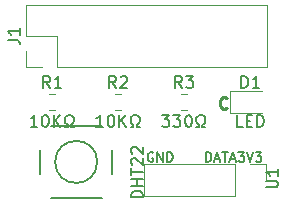
<source format=gto>
G04 #@! TF.GenerationSoftware,KiCad,Pcbnew,5.0.0-fee4fd1~66~ubuntu18.04.1*
G04 #@! TF.CreationDate,2018-08-17T17:18:45-07:00*
G04 #@! TF.ProjectId,RPi FS HAT,525069204653204841542E6B69636164,2*
G04 #@! TF.SameCoordinates,Original*
G04 #@! TF.FileFunction,Legend,Top*
G04 #@! TF.FilePolarity,Positive*
%FSLAX46Y46*%
G04 Gerber Fmt 4.6, Leading zero omitted, Abs format (unit mm)*
G04 Created by KiCad (PCBNEW 5.0.0-fee4fd1~66~ubuntu18.04.1) date Fri Aug 17 17:18:45 2018*
%MOMM*%
%LPD*%
G01*
G04 APERTURE LIST*
%ADD10C,0.200000*%
%ADD11C,0.250000*%
%ADD12C,0.120000*%
%ADD13C,0.203200*%
%ADD14C,0.150000*%
G04 APERTURE END LIST*
D10*
X157378476Y-126727000D02*
X157302285Y-126688904D01*
X157188000Y-126688904D01*
X157073714Y-126727000D01*
X156997523Y-126803190D01*
X156959428Y-126879380D01*
X156921333Y-127031761D01*
X156921333Y-127146047D01*
X156959428Y-127298428D01*
X156997523Y-127374619D01*
X157073714Y-127450809D01*
X157188000Y-127488904D01*
X157264190Y-127488904D01*
X157378476Y-127450809D01*
X157416571Y-127412714D01*
X157416571Y-127146047D01*
X157264190Y-127146047D01*
X157759428Y-127488904D02*
X157759428Y-126688904D01*
X158216571Y-127488904D01*
X158216571Y-126688904D01*
X158597523Y-127488904D02*
X158597523Y-126688904D01*
X158788000Y-126688904D01*
X158902285Y-126727000D01*
X158978476Y-126803190D01*
X159016571Y-126879380D01*
X159054666Y-127031761D01*
X159054666Y-127146047D01*
X159016571Y-127298428D01*
X158978476Y-127374619D01*
X158902285Y-127450809D01*
X158788000Y-127488904D01*
X158597523Y-127488904D01*
X161868000Y-127488904D02*
X161868000Y-126688904D01*
X162058476Y-126688904D01*
X162172761Y-126727000D01*
X162248952Y-126803190D01*
X162287047Y-126879380D01*
X162325142Y-127031761D01*
X162325142Y-127146047D01*
X162287047Y-127298428D01*
X162248952Y-127374619D01*
X162172761Y-127450809D01*
X162058476Y-127488904D01*
X161868000Y-127488904D01*
X162629904Y-127260333D02*
X163010857Y-127260333D01*
X162553714Y-127488904D02*
X162820380Y-126688904D01*
X163087047Y-127488904D01*
X163239428Y-126688904D02*
X163696571Y-126688904D01*
X163468000Y-127488904D02*
X163468000Y-126688904D01*
X163925142Y-127260333D02*
X164306095Y-127260333D01*
X163848952Y-127488904D02*
X164115619Y-126688904D01*
X164382285Y-127488904D01*
X164617523Y-126688904D02*
X165112761Y-126688904D01*
X164846095Y-126993666D01*
X164960380Y-126993666D01*
X165036571Y-127031761D01*
X165074666Y-127069857D01*
X165112761Y-127146047D01*
X165112761Y-127336523D01*
X165074666Y-127412714D01*
X165036571Y-127450809D01*
X164960380Y-127488904D01*
X164731809Y-127488904D01*
X164655619Y-127450809D01*
X164617523Y-127412714D01*
X165341333Y-126688904D02*
X165608000Y-127488904D01*
X165874666Y-126688904D01*
X166065142Y-126688904D02*
X166560380Y-126688904D01*
X166293714Y-126993666D01*
X166408000Y-126993666D01*
X166484190Y-127031761D01*
X166522285Y-127069857D01*
X166560380Y-127146047D01*
X166560380Y-127336523D01*
X166522285Y-127412714D01*
X166484190Y-127450809D01*
X166408000Y-127488904D01*
X166179428Y-127488904D01*
X166103238Y-127450809D01*
X166065142Y-127412714D01*
D11*
X163631523Y-122912142D02*
X163583904Y-122959761D01*
X163441047Y-123007380D01*
X163345809Y-123007380D01*
X163202952Y-122959761D01*
X163107714Y-122864523D01*
X163060095Y-122769285D01*
X163012476Y-122578809D01*
X163012476Y-122435952D01*
X163060095Y-122245476D01*
X163107714Y-122150238D01*
X163202952Y-122055000D01*
X163345809Y-122007380D01*
X163441047Y-122007380D01*
X163583904Y-122055000D01*
X163631523Y-122102619D01*
D12*
G04 #@! TO.C,D1*
X166608000Y-121468000D02*
X163923000Y-121468000D01*
X163923000Y-121468000D02*
X163923000Y-123388000D01*
X163923000Y-123388000D02*
X166608000Y-123388000D01*
G04 #@! TO.C,J1*
X167065000Y-119440000D02*
X167065000Y-114240000D01*
X149225000Y-119440000D02*
X167065000Y-119440000D01*
X146625000Y-114240000D02*
X167065000Y-114240000D01*
X149225000Y-119440000D02*
X149225000Y-116840000D01*
X149225000Y-116840000D02*
X146625000Y-116840000D01*
X146625000Y-116840000D02*
X146625000Y-114240000D01*
X147955000Y-119440000D02*
X146625000Y-119440000D01*
X146625000Y-119440000D02*
X146625000Y-118110000D01*
G04 #@! TO.C,R1*
X148585422Y-121718000D02*
X149102578Y-121718000D01*
X148585422Y-123138000D02*
X149102578Y-123138000D01*
G04 #@! TO.C,R2*
X154160088Y-121718000D02*
X154677244Y-121718000D01*
X154160088Y-123138000D02*
X154677244Y-123138000D01*
G04 #@! TO.C,R3*
X159734754Y-123138000D02*
X160251910Y-123138000D01*
X159734754Y-121718000D02*
X160251910Y-121718000D01*
D13*
G04 #@! TO.C,SW1*
X153035000Y-124460000D02*
X148717000Y-124460000D01*
X148717000Y-130556000D02*
X153035000Y-130556000D01*
X153924000Y-126512320D02*
X153924000Y-128524000D01*
X147828000Y-126481840D02*
X147828000Y-128524000D01*
X152654000Y-127508000D02*
G75*
G03X152654000Y-127508000I-1778000J0D01*
G01*
D12*
G04 #@! TO.C,U1*
X156658000Y-127702000D02*
X156658000Y-130362000D01*
X164338000Y-127702000D02*
X156658000Y-127702000D01*
X164338000Y-130362000D02*
X156658000Y-130362000D01*
X164338000Y-127702000D02*
X164338000Y-130362000D01*
X165608000Y-127702000D02*
X166938000Y-127702000D01*
X166938000Y-127702000D02*
X166938000Y-129032000D01*
G04 #@! TO.C,D1*
D14*
X164869904Y-121230380D02*
X164869904Y-120230380D01*
X165108000Y-120230380D01*
X165250857Y-120278000D01*
X165346095Y-120373238D01*
X165393714Y-120468476D01*
X165441333Y-120658952D01*
X165441333Y-120801809D01*
X165393714Y-120992285D01*
X165346095Y-121087523D01*
X165250857Y-121182761D01*
X165108000Y-121230380D01*
X164869904Y-121230380D01*
X166393714Y-121230380D02*
X165822285Y-121230380D01*
X166108000Y-121230380D02*
X166108000Y-120230380D01*
X166012761Y-120373238D01*
X165917523Y-120468476D01*
X165822285Y-120516095D01*
X164965142Y-124530380D02*
X164488952Y-124530380D01*
X164488952Y-123530380D01*
X165298476Y-124006571D02*
X165631809Y-124006571D01*
X165774666Y-124530380D02*
X165298476Y-124530380D01*
X165298476Y-123530380D01*
X165774666Y-123530380D01*
X166203238Y-124530380D02*
X166203238Y-123530380D01*
X166441333Y-123530380D01*
X166584190Y-123578000D01*
X166679428Y-123673238D01*
X166727047Y-123768476D01*
X166774666Y-123958952D01*
X166774666Y-124101809D01*
X166727047Y-124292285D01*
X166679428Y-124387523D01*
X166584190Y-124482761D01*
X166441333Y-124530380D01*
X166203238Y-124530380D01*
G04 #@! TO.C,J1*
X145077380Y-117173333D02*
X145791666Y-117173333D01*
X145934523Y-117220952D01*
X146029761Y-117316190D01*
X146077380Y-117459047D01*
X146077380Y-117554285D01*
X146077380Y-116173333D02*
X146077380Y-116744761D01*
X146077380Y-116459047D02*
X145077380Y-116459047D01*
X145220238Y-116554285D01*
X145315476Y-116649523D01*
X145363095Y-116744761D01*
G04 #@! TO.C,R1*
X148677333Y-121230380D02*
X148344000Y-120754190D01*
X148105904Y-121230380D02*
X148105904Y-120230380D01*
X148486857Y-120230380D01*
X148582095Y-120278000D01*
X148629714Y-120325619D01*
X148677333Y-120420857D01*
X148677333Y-120563714D01*
X148629714Y-120658952D01*
X148582095Y-120706571D01*
X148486857Y-120754190D01*
X148105904Y-120754190D01*
X149629714Y-121230380D02*
X149058285Y-121230380D01*
X149344000Y-121230380D02*
X149344000Y-120230380D01*
X149248761Y-120373238D01*
X149153523Y-120468476D01*
X149058285Y-120516095D01*
X147582095Y-124530380D02*
X147010666Y-124530380D01*
X147296380Y-124530380D02*
X147296380Y-123530380D01*
X147201142Y-123673238D01*
X147105904Y-123768476D01*
X147010666Y-123816095D01*
X148201142Y-123530380D02*
X148296380Y-123530380D01*
X148391619Y-123578000D01*
X148439238Y-123625619D01*
X148486857Y-123720857D01*
X148534476Y-123911333D01*
X148534476Y-124149428D01*
X148486857Y-124339904D01*
X148439238Y-124435142D01*
X148391619Y-124482761D01*
X148296380Y-124530380D01*
X148201142Y-124530380D01*
X148105904Y-124482761D01*
X148058285Y-124435142D01*
X148010666Y-124339904D01*
X147963047Y-124149428D01*
X147963047Y-123911333D01*
X148010666Y-123720857D01*
X148058285Y-123625619D01*
X148105904Y-123578000D01*
X148201142Y-123530380D01*
X148963047Y-124530380D02*
X148963047Y-123530380D01*
X149534476Y-124530380D02*
X149105904Y-123958952D01*
X149534476Y-123530380D02*
X148963047Y-124101809D01*
X149915428Y-124530380D02*
X150153523Y-124530380D01*
X150153523Y-124339904D01*
X150058285Y-124292285D01*
X149963047Y-124197047D01*
X149915428Y-124054190D01*
X149915428Y-123816095D01*
X149963047Y-123673238D01*
X150058285Y-123578000D01*
X150201142Y-123530380D01*
X150391619Y-123530380D01*
X150534476Y-123578000D01*
X150629714Y-123673238D01*
X150677333Y-123816095D01*
X150677333Y-124054190D01*
X150629714Y-124197047D01*
X150534476Y-124292285D01*
X150439238Y-124339904D01*
X150439238Y-124530380D01*
X150677333Y-124530380D01*
G04 #@! TO.C,R2*
X154251999Y-121230380D02*
X153918666Y-120754190D01*
X153680570Y-121230380D02*
X153680570Y-120230380D01*
X154061523Y-120230380D01*
X154156761Y-120278000D01*
X154204380Y-120325619D01*
X154251999Y-120420857D01*
X154251999Y-120563714D01*
X154204380Y-120658952D01*
X154156761Y-120706571D01*
X154061523Y-120754190D01*
X153680570Y-120754190D01*
X154632951Y-120325619D02*
X154680570Y-120278000D01*
X154775808Y-120230380D01*
X155013904Y-120230380D01*
X155109142Y-120278000D01*
X155156761Y-120325619D01*
X155204380Y-120420857D01*
X155204380Y-120516095D01*
X155156761Y-120658952D01*
X154585332Y-121230380D01*
X155204380Y-121230380D01*
X153156761Y-124530380D02*
X152585332Y-124530380D01*
X152871046Y-124530380D02*
X152871046Y-123530380D01*
X152775808Y-123673238D01*
X152680570Y-123768476D01*
X152585332Y-123816095D01*
X153775808Y-123530380D02*
X153871046Y-123530380D01*
X153966285Y-123578000D01*
X154013904Y-123625619D01*
X154061523Y-123720857D01*
X154109142Y-123911333D01*
X154109142Y-124149428D01*
X154061523Y-124339904D01*
X154013904Y-124435142D01*
X153966285Y-124482761D01*
X153871046Y-124530380D01*
X153775808Y-124530380D01*
X153680570Y-124482761D01*
X153632951Y-124435142D01*
X153585332Y-124339904D01*
X153537713Y-124149428D01*
X153537713Y-123911333D01*
X153585332Y-123720857D01*
X153632951Y-123625619D01*
X153680570Y-123578000D01*
X153775808Y-123530380D01*
X154537713Y-124530380D02*
X154537713Y-123530380D01*
X155109142Y-124530380D02*
X154680570Y-123958952D01*
X155109142Y-123530380D02*
X154537713Y-124101809D01*
X155490094Y-124530380D02*
X155728189Y-124530380D01*
X155728189Y-124339904D01*
X155632951Y-124292285D01*
X155537713Y-124197047D01*
X155490094Y-124054190D01*
X155490094Y-123816095D01*
X155537713Y-123673238D01*
X155632951Y-123578000D01*
X155775808Y-123530380D01*
X155966285Y-123530380D01*
X156109142Y-123578000D01*
X156204380Y-123673238D01*
X156251999Y-123816095D01*
X156251999Y-124054190D01*
X156204380Y-124197047D01*
X156109142Y-124292285D01*
X156013904Y-124339904D01*
X156013904Y-124530380D01*
X156251999Y-124530380D01*
G04 #@! TO.C,R3*
X159826665Y-121230380D02*
X159493332Y-120754190D01*
X159255236Y-121230380D02*
X159255236Y-120230380D01*
X159636189Y-120230380D01*
X159731427Y-120278000D01*
X159779046Y-120325619D01*
X159826665Y-120420857D01*
X159826665Y-120563714D01*
X159779046Y-120658952D01*
X159731427Y-120706571D01*
X159636189Y-120754190D01*
X159255236Y-120754190D01*
X160159998Y-120230380D02*
X160779046Y-120230380D01*
X160445712Y-120611333D01*
X160588570Y-120611333D01*
X160683808Y-120658952D01*
X160731427Y-120706571D01*
X160779046Y-120801809D01*
X160779046Y-121039904D01*
X160731427Y-121135142D01*
X160683808Y-121182761D01*
X160588570Y-121230380D01*
X160302855Y-121230380D01*
X160207617Y-121182761D01*
X160159998Y-121135142D01*
X158136189Y-123530380D02*
X158755236Y-123530380D01*
X158421903Y-123911333D01*
X158564760Y-123911333D01*
X158659998Y-123958952D01*
X158707617Y-124006571D01*
X158755236Y-124101809D01*
X158755236Y-124339904D01*
X158707617Y-124435142D01*
X158659998Y-124482761D01*
X158564760Y-124530380D01*
X158279046Y-124530380D01*
X158183808Y-124482761D01*
X158136189Y-124435142D01*
X159088570Y-123530380D02*
X159707617Y-123530380D01*
X159374284Y-123911333D01*
X159517141Y-123911333D01*
X159612379Y-123958952D01*
X159659998Y-124006571D01*
X159707617Y-124101809D01*
X159707617Y-124339904D01*
X159659998Y-124435142D01*
X159612379Y-124482761D01*
X159517141Y-124530380D01*
X159231427Y-124530380D01*
X159136189Y-124482761D01*
X159088570Y-124435142D01*
X160326665Y-123530380D02*
X160421903Y-123530380D01*
X160517141Y-123578000D01*
X160564760Y-123625619D01*
X160612379Y-123720857D01*
X160659998Y-123911333D01*
X160659998Y-124149428D01*
X160612379Y-124339904D01*
X160564760Y-124435142D01*
X160517141Y-124482761D01*
X160421903Y-124530380D01*
X160326665Y-124530380D01*
X160231427Y-124482761D01*
X160183808Y-124435142D01*
X160136189Y-124339904D01*
X160088570Y-124149428D01*
X160088570Y-123911333D01*
X160136189Y-123720857D01*
X160183808Y-123625619D01*
X160231427Y-123578000D01*
X160326665Y-123530380D01*
X161040951Y-124530380D02*
X161279046Y-124530380D01*
X161279046Y-124339904D01*
X161183808Y-124292285D01*
X161088570Y-124197047D01*
X161040951Y-124054190D01*
X161040951Y-123816095D01*
X161088570Y-123673238D01*
X161183808Y-123578000D01*
X161326665Y-123530380D01*
X161517141Y-123530380D01*
X161659998Y-123578000D01*
X161755236Y-123673238D01*
X161802855Y-123816095D01*
X161802855Y-124054190D01*
X161755236Y-124197047D01*
X161659998Y-124292285D01*
X161564760Y-124339904D01*
X161564760Y-124530380D01*
X161802855Y-124530380D01*
G04 #@! TO.C,U1*
X166965380Y-129666904D02*
X167774904Y-129666904D01*
X167870142Y-129619285D01*
X167917761Y-129571666D01*
X167965380Y-129476428D01*
X167965380Y-129285952D01*
X167917761Y-129190714D01*
X167870142Y-129143095D01*
X167774904Y-129095476D01*
X166965380Y-129095476D01*
X167965380Y-128095476D02*
X167965380Y-128666904D01*
X167965380Y-128381190D02*
X166965380Y-128381190D01*
X167108238Y-128476428D01*
X167203476Y-128571666D01*
X167251095Y-128666904D01*
X156535380Y-130516047D02*
X155535380Y-130516047D01*
X155535380Y-130277952D01*
X155583000Y-130135095D01*
X155678238Y-130039857D01*
X155773476Y-129992238D01*
X155963952Y-129944619D01*
X156106809Y-129944619D01*
X156297285Y-129992238D01*
X156392523Y-130039857D01*
X156487761Y-130135095D01*
X156535380Y-130277952D01*
X156535380Y-130516047D01*
X156535380Y-129516047D02*
X155535380Y-129516047D01*
X156011571Y-129516047D02*
X156011571Y-128944619D01*
X156535380Y-128944619D02*
X155535380Y-128944619D01*
X155535380Y-128611285D02*
X155535380Y-128039857D01*
X156535380Y-128325571D02*
X155535380Y-128325571D01*
X155630619Y-127754142D02*
X155583000Y-127706523D01*
X155535380Y-127611285D01*
X155535380Y-127373190D01*
X155583000Y-127277952D01*
X155630619Y-127230333D01*
X155725857Y-127182714D01*
X155821095Y-127182714D01*
X155963952Y-127230333D01*
X156535380Y-127801761D01*
X156535380Y-127182714D01*
X155630619Y-126801761D02*
X155583000Y-126754142D01*
X155535380Y-126658904D01*
X155535380Y-126420809D01*
X155583000Y-126325571D01*
X155630619Y-126277952D01*
X155725857Y-126230333D01*
X155821095Y-126230333D01*
X155963952Y-126277952D01*
X156535380Y-126849380D01*
X156535380Y-126230333D01*
G04 #@! TD*
M02*

</source>
